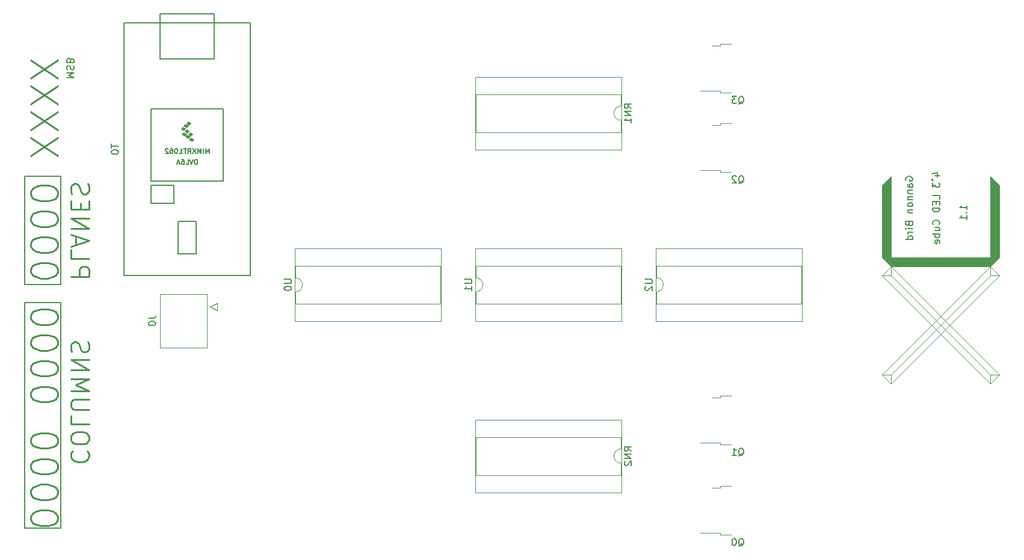
<source format=gbr>
%TF.GenerationSoftware,KiCad,Pcbnew,(6.0.0)*%
%TF.CreationDate,2022-06-21T21:01:45-05:00*%
%TF.ProjectId,Teensey_cube4^3,5465656e-7365-4795-9f63-756265345e33,rev?*%
%TF.SameCoordinates,Original*%
%TF.FileFunction,Legend,Bot*%
%TF.FilePolarity,Positive*%
%FSLAX46Y46*%
G04 Gerber Fmt 4.6, Leading zero omitted, Abs format (unit mm)*
G04 Created by KiCad (PCBNEW (6.0.0)) date 2022-06-21 21:01:45*
%MOMM*%
%LPD*%
G01*
G04 APERTURE LIST*
%ADD10C,0.150000*%
%ADD11C,0.254000*%
%ADD12C,0.100000*%
%ADD13C,0.120000*%
G04 APERTURE END LIST*
D10*
X82550000Y-86360000D02*
X77470000Y-86360000D01*
X77470000Y-86360000D02*
X77470000Y-101600000D01*
X77470000Y-101600000D02*
X82550000Y-101600000D01*
X82550000Y-101600000D02*
X82550000Y-86360000D01*
X77470000Y-101600000D02*
X82550000Y-101600000D01*
X82550000Y-101600000D02*
X82550000Y-101600000D01*
X82550000Y-101600000D02*
X77470000Y-101600000D01*
X77470000Y-101600000D02*
X77470000Y-101600000D01*
X77470000Y-135890000D02*
X82550000Y-135890000D01*
X82550000Y-135890000D02*
X82550000Y-104140000D01*
X82550000Y-104140000D02*
X77470000Y-104140000D01*
X77470000Y-104140000D02*
X77470000Y-135890000D01*
X83367619Y-72429523D02*
X84367619Y-72429523D01*
X83653333Y-72096190D01*
X84367619Y-71762857D01*
X83367619Y-71762857D01*
X83415238Y-71334285D02*
X83367619Y-71191428D01*
X83367619Y-70953333D01*
X83415238Y-70858095D01*
X83462857Y-70810476D01*
X83558095Y-70762857D01*
X83653333Y-70762857D01*
X83748571Y-70810476D01*
X83796190Y-70858095D01*
X83843809Y-70953333D01*
X83891428Y-71143809D01*
X83939047Y-71239047D01*
X83986666Y-71286666D01*
X84081904Y-71334285D01*
X84177142Y-71334285D01*
X84272380Y-71286666D01*
X84320000Y-71239047D01*
X84367619Y-71143809D01*
X84367619Y-70905714D01*
X84320000Y-70762857D01*
X83891428Y-70000952D02*
X83843809Y-69858095D01*
X83796190Y-69810476D01*
X83700952Y-69762857D01*
X83558095Y-69762857D01*
X83462857Y-69810476D01*
X83415238Y-69858095D01*
X83367619Y-69953333D01*
X83367619Y-70334285D01*
X84367619Y-70334285D01*
X84367619Y-70000952D01*
X84320000Y-69905714D01*
X84272380Y-69858095D01*
X84177142Y-69810476D01*
X84081904Y-69810476D01*
X83986666Y-69858095D01*
X83939047Y-69905714D01*
X83891428Y-70000952D01*
X83891428Y-70334285D01*
D11*
X83940952Y-100450952D02*
X86480952Y-100450952D01*
X86480952Y-99483333D01*
X86360000Y-99241428D01*
X86239047Y-99120476D01*
X85997142Y-98999523D01*
X85634285Y-98999523D01*
X85392380Y-99120476D01*
X85271428Y-99241428D01*
X85150476Y-99483333D01*
X85150476Y-100450952D01*
X83940952Y-96701428D02*
X83940952Y-97910952D01*
X86480952Y-97910952D01*
X84666666Y-95975714D02*
X84666666Y-94766190D01*
X83940952Y-96217619D02*
X86480952Y-95370952D01*
X83940952Y-94524285D01*
X83940952Y-93677619D02*
X86480952Y-93677619D01*
X83940952Y-92226190D01*
X86480952Y-92226190D01*
X85271428Y-91016666D02*
X85271428Y-90170000D01*
X83940952Y-89807142D02*
X83940952Y-91016666D01*
X86480952Y-91016666D01*
X86480952Y-89807142D01*
X84061904Y-88839523D02*
X83940952Y-88476666D01*
X83940952Y-87871904D01*
X84061904Y-87630000D01*
X84182857Y-87509047D01*
X84424761Y-87388095D01*
X84666666Y-87388095D01*
X84908571Y-87509047D01*
X85029523Y-87630000D01*
X85150476Y-87871904D01*
X85271428Y-88355714D01*
X85392380Y-88597619D01*
X85513333Y-88718571D01*
X85755238Y-88839523D01*
X85997142Y-88839523D01*
X86239047Y-88718571D01*
X86360000Y-88597619D01*
X86480952Y-88355714D01*
X86480952Y-87750952D01*
X86360000Y-87388095D01*
X82096428Y-134620000D02*
X82096428Y-134257142D01*
X81915000Y-133894285D01*
X81733571Y-133712857D01*
X81370714Y-133531428D01*
X80645000Y-133350000D01*
X79737857Y-133350000D01*
X79012142Y-133531428D01*
X78649285Y-133712857D01*
X78467857Y-133894285D01*
X78286428Y-134257142D01*
X78286428Y-134620000D01*
X78467857Y-134982857D01*
X78649285Y-135164285D01*
X79012142Y-135345714D01*
X79737857Y-135527142D01*
X80645000Y-135527142D01*
X81370714Y-135345714D01*
X81733571Y-135164285D01*
X81915000Y-134982857D01*
X82096428Y-134620000D01*
X82096428Y-130991428D02*
X82096428Y-130628571D01*
X81915000Y-130265714D01*
X81733571Y-130084285D01*
X81370714Y-129902857D01*
X80645000Y-129721428D01*
X79737857Y-129721428D01*
X79012142Y-129902857D01*
X78649285Y-130084285D01*
X78467857Y-130265714D01*
X78286428Y-130628571D01*
X78286428Y-130991428D01*
X78467857Y-131354285D01*
X78649285Y-131535714D01*
X79012142Y-131717142D01*
X79737857Y-131898571D01*
X80645000Y-131898571D01*
X81370714Y-131717142D01*
X81733571Y-131535714D01*
X81915000Y-131354285D01*
X82096428Y-130991428D01*
X82096428Y-127362857D02*
X82096428Y-127000000D01*
X81915000Y-126637142D01*
X81733571Y-126455714D01*
X81370714Y-126274285D01*
X80645000Y-126092857D01*
X79737857Y-126092857D01*
X79012142Y-126274285D01*
X78649285Y-126455714D01*
X78467857Y-126637142D01*
X78286428Y-127000000D01*
X78286428Y-127362857D01*
X78467857Y-127725714D01*
X78649285Y-127907142D01*
X79012142Y-128088571D01*
X79737857Y-128270000D01*
X80645000Y-128270000D01*
X81370714Y-128088571D01*
X81733571Y-127907142D01*
X81915000Y-127725714D01*
X82096428Y-127362857D01*
X82096428Y-123734285D02*
X82096428Y-123371428D01*
X81915000Y-123008571D01*
X81733571Y-122827142D01*
X81370714Y-122645714D01*
X80645000Y-122464285D01*
X79737857Y-122464285D01*
X79012142Y-122645714D01*
X78649285Y-122827142D01*
X78467857Y-123008571D01*
X78286428Y-123371428D01*
X78286428Y-123734285D01*
X78467857Y-124097142D01*
X78649285Y-124278571D01*
X79012142Y-124460000D01*
X79737857Y-124641428D01*
X80645000Y-124641428D01*
X81370714Y-124460000D01*
X81733571Y-124278571D01*
X81915000Y-124097142D01*
X82096428Y-123734285D01*
X82096428Y-117202857D02*
X82096428Y-116840000D01*
X81915000Y-116477142D01*
X81733571Y-116295714D01*
X81370714Y-116114285D01*
X80645000Y-115932857D01*
X79737857Y-115932857D01*
X79012142Y-116114285D01*
X78649285Y-116295714D01*
X78467857Y-116477142D01*
X78286428Y-116840000D01*
X78286428Y-117202857D01*
X78467857Y-117565714D01*
X78649285Y-117747142D01*
X79012142Y-117928571D01*
X79737857Y-118110000D01*
X80645000Y-118110000D01*
X81370714Y-117928571D01*
X81733571Y-117747142D01*
X81915000Y-117565714D01*
X82096428Y-117202857D01*
X82096428Y-113574285D02*
X82096428Y-113211428D01*
X81915000Y-112848571D01*
X81733571Y-112667142D01*
X81370714Y-112485714D01*
X80645000Y-112304285D01*
X79737857Y-112304285D01*
X79012142Y-112485714D01*
X78649285Y-112667142D01*
X78467857Y-112848571D01*
X78286428Y-113211428D01*
X78286428Y-113574285D01*
X78467857Y-113937142D01*
X78649285Y-114118571D01*
X79012142Y-114300000D01*
X79737857Y-114481428D01*
X80645000Y-114481428D01*
X81370714Y-114300000D01*
X81733571Y-114118571D01*
X81915000Y-113937142D01*
X82096428Y-113574285D01*
X82096428Y-109945714D02*
X82096428Y-109582857D01*
X81915000Y-109220000D01*
X81733571Y-109038571D01*
X81370714Y-108857142D01*
X80645000Y-108675714D01*
X79737857Y-108675714D01*
X79012142Y-108857142D01*
X78649285Y-109038571D01*
X78467857Y-109220000D01*
X78286428Y-109582857D01*
X78286428Y-109945714D01*
X78467857Y-110308571D01*
X78649285Y-110490000D01*
X79012142Y-110671428D01*
X79737857Y-110852857D01*
X80645000Y-110852857D01*
X81370714Y-110671428D01*
X81733571Y-110490000D01*
X81915000Y-110308571D01*
X82096428Y-109945714D01*
X82096428Y-106317142D02*
X82096428Y-105954285D01*
X81915000Y-105591428D01*
X81733571Y-105410000D01*
X81370714Y-105228571D01*
X80645000Y-105047142D01*
X79737857Y-105047142D01*
X79012142Y-105228571D01*
X78649285Y-105410000D01*
X78467857Y-105591428D01*
X78286428Y-105954285D01*
X78286428Y-106317142D01*
X78467857Y-106680000D01*
X78649285Y-106861428D01*
X79012142Y-107042857D01*
X79737857Y-107224285D01*
X80645000Y-107224285D01*
X81370714Y-107042857D01*
X81733571Y-106861428D01*
X81915000Y-106680000D01*
X82096428Y-106317142D01*
X82096428Y-99785714D02*
X82096428Y-99422857D01*
X81915000Y-99060000D01*
X81733571Y-98878571D01*
X81370714Y-98697142D01*
X80645000Y-98515714D01*
X79737857Y-98515714D01*
X79012142Y-98697142D01*
X78649285Y-98878571D01*
X78467857Y-99060000D01*
X78286428Y-99422857D01*
X78286428Y-99785714D01*
X78467857Y-100148571D01*
X78649285Y-100330000D01*
X79012142Y-100511428D01*
X79737857Y-100692857D01*
X80645000Y-100692857D01*
X81370714Y-100511428D01*
X81733571Y-100330000D01*
X81915000Y-100148571D01*
X82096428Y-99785714D01*
X82096428Y-96157142D02*
X82096428Y-95794285D01*
X81915000Y-95431428D01*
X81733571Y-95250000D01*
X81370714Y-95068571D01*
X80645000Y-94887142D01*
X79737857Y-94887142D01*
X79012142Y-95068571D01*
X78649285Y-95250000D01*
X78467857Y-95431428D01*
X78286428Y-95794285D01*
X78286428Y-96157142D01*
X78467857Y-96520000D01*
X78649285Y-96701428D01*
X79012142Y-96882857D01*
X79737857Y-97064285D01*
X80645000Y-97064285D01*
X81370714Y-96882857D01*
X81733571Y-96701428D01*
X81915000Y-96520000D01*
X82096428Y-96157142D01*
X82096428Y-92528571D02*
X82096428Y-92165714D01*
X81915000Y-91802857D01*
X81733571Y-91621428D01*
X81370714Y-91440000D01*
X80645000Y-91258571D01*
X79737857Y-91258571D01*
X79012142Y-91440000D01*
X78649285Y-91621428D01*
X78467857Y-91802857D01*
X78286428Y-92165714D01*
X78286428Y-92528571D01*
X78467857Y-92891428D01*
X78649285Y-93072857D01*
X79012142Y-93254285D01*
X79737857Y-93435714D01*
X80645000Y-93435714D01*
X81370714Y-93254285D01*
X81733571Y-93072857D01*
X81915000Y-92891428D01*
X82096428Y-92528571D01*
X82096428Y-88900000D02*
X82096428Y-88537142D01*
X81915000Y-88174285D01*
X81733571Y-87992857D01*
X81370714Y-87811428D01*
X80645000Y-87630000D01*
X79737857Y-87630000D01*
X79012142Y-87811428D01*
X78649285Y-87992857D01*
X78467857Y-88174285D01*
X78286428Y-88537142D01*
X78286428Y-88900000D01*
X78467857Y-89262857D01*
X78649285Y-89444285D01*
X79012142Y-89625714D01*
X79737857Y-89807142D01*
X80645000Y-89807142D01*
X81370714Y-89625714D01*
X81733571Y-89444285D01*
X81915000Y-89262857D01*
X82096428Y-88900000D01*
X82096428Y-83457142D02*
X78286428Y-80917142D01*
X82096428Y-80917142D02*
X78286428Y-83457142D01*
X82096428Y-79828571D02*
X78286428Y-77288571D01*
X82096428Y-77288571D02*
X78286428Y-79828571D01*
X82096428Y-76200000D02*
X78286428Y-73660000D01*
X82096428Y-73660000D02*
X78286428Y-76200000D01*
X82096428Y-72571428D02*
X78286428Y-70031428D01*
X82096428Y-70031428D02*
X78286428Y-72571428D01*
X84182857Y-125004285D02*
X84061904Y-125125238D01*
X83940952Y-125488095D01*
X83940952Y-125730000D01*
X84061904Y-126092857D01*
X84303809Y-126334761D01*
X84545714Y-126455714D01*
X85029523Y-126576666D01*
X85392380Y-126576666D01*
X85876190Y-126455714D01*
X86118095Y-126334761D01*
X86360000Y-126092857D01*
X86480952Y-125730000D01*
X86480952Y-125488095D01*
X86360000Y-125125238D01*
X86239047Y-125004285D01*
X86480952Y-123431904D02*
X86480952Y-122948095D01*
X86360000Y-122706190D01*
X86118095Y-122464285D01*
X85634285Y-122343333D01*
X84787619Y-122343333D01*
X84303809Y-122464285D01*
X84061904Y-122706190D01*
X83940952Y-122948095D01*
X83940952Y-123431904D01*
X84061904Y-123673809D01*
X84303809Y-123915714D01*
X84787619Y-124036666D01*
X85634285Y-124036666D01*
X86118095Y-123915714D01*
X86360000Y-123673809D01*
X86480952Y-123431904D01*
X83940952Y-120045238D02*
X83940952Y-121254761D01*
X86480952Y-121254761D01*
X86480952Y-119198571D02*
X84424761Y-119198571D01*
X84182857Y-119077619D01*
X84061904Y-118956666D01*
X83940952Y-118714761D01*
X83940952Y-118230952D01*
X84061904Y-117989047D01*
X84182857Y-117868095D01*
X84424761Y-117747142D01*
X86480952Y-117747142D01*
X83940952Y-116537619D02*
X86480952Y-116537619D01*
X84666666Y-115690952D01*
X86480952Y-114844285D01*
X83940952Y-114844285D01*
X83940952Y-113634761D02*
X86480952Y-113634761D01*
X83940952Y-112183333D01*
X86480952Y-112183333D01*
X84061904Y-111094761D02*
X83940952Y-110731904D01*
X83940952Y-110127142D01*
X84061904Y-109885238D01*
X84182857Y-109764285D01*
X84424761Y-109643333D01*
X84666666Y-109643333D01*
X84908571Y-109764285D01*
X85029523Y-109885238D01*
X85150476Y-110127142D01*
X85271428Y-110610952D01*
X85392380Y-110852857D01*
X85513333Y-110973809D01*
X85755238Y-111094761D01*
X85997142Y-111094761D01*
X86239047Y-110973809D01*
X86360000Y-110852857D01*
X86480952Y-110610952D01*
X86480952Y-110006190D01*
X86360000Y-109643333D01*
D10*
%TO.C,T0*%
X89622380Y-81788095D02*
X89622380Y-82359523D01*
X90622380Y-82073809D02*
X89622380Y-82073809D01*
X89622380Y-82883333D02*
X89622380Y-82978571D01*
X89670000Y-83073809D01*
X89717619Y-83121428D01*
X89812857Y-83169047D01*
X90003333Y-83216666D01*
X90241428Y-83216666D01*
X90431904Y-83169047D01*
X90527142Y-83121428D01*
X90574761Y-83073809D01*
X90622380Y-82978571D01*
X90622380Y-82883333D01*
X90574761Y-82788095D01*
X90527142Y-82740476D01*
X90431904Y-82692857D01*
X90241428Y-82645238D01*
X90003333Y-82645238D01*
X89812857Y-82692857D01*
X89717619Y-82740476D01*
X89670000Y-82788095D01*
X89622380Y-82883333D01*
X101730000Y-84644666D02*
X101730000Y-83944666D01*
X101563333Y-83944666D01*
X101463333Y-83978000D01*
X101396666Y-84044666D01*
X101363333Y-84111333D01*
X101330000Y-84244666D01*
X101330000Y-84344666D01*
X101363333Y-84478000D01*
X101396666Y-84544666D01*
X101463333Y-84611333D01*
X101563333Y-84644666D01*
X101730000Y-84644666D01*
X101130000Y-83944666D02*
X100896666Y-84644666D01*
X100663333Y-83944666D01*
X100096666Y-84644666D02*
X100430000Y-84644666D01*
X100430000Y-83944666D01*
X99563333Y-83944666D02*
X99696666Y-83944666D01*
X99763333Y-83978000D01*
X99796666Y-84011333D01*
X99863333Y-84111333D01*
X99896666Y-84244666D01*
X99896666Y-84511333D01*
X99863333Y-84578000D01*
X99830000Y-84611333D01*
X99763333Y-84644666D01*
X99630000Y-84644666D01*
X99563333Y-84611333D01*
X99530000Y-84578000D01*
X99496666Y-84511333D01*
X99496666Y-84344666D01*
X99530000Y-84278000D01*
X99563333Y-84244666D01*
X99630000Y-84211333D01*
X99763333Y-84211333D01*
X99830000Y-84244666D01*
X99863333Y-84278000D01*
X99896666Y-84344666D01*
X99230000Y-84444666D02*
X98896666Y-84444666D01*
X99296666Y-84644666D02*
X99063333Y-83944666D01*
X98830000Y-84644666D01*
X103413333Y-83120666D02*
X103413333Y-82420666D01*
X103180000Y-82920666D01*
X102946666Y-82420666D01*
X102946666Y-83120666D01*
X102613333Y-83120666D02*
X102613333Y-82420666D01*
X102280000Y-83120666D02*
X102280000Y-82420666D01*
X102046666Y-82920666D01*
X101813333Y-82420666D01*
X101813333Y-83120666D01*
X101546666Y-82420666D02*
X101080000Y-83120666D01*
X101080000Y-82420666D02*
X101546666Y-83120666D01*
X100413333Y-83120666D02*
X100646666Y-82787333D01*
X100813333Y-83120666D02*
X100813333Y-82420666D01*
X100546666Y-82420666D01*
X100480000Y-82454000D01*
X100446666Y-82487333D01*
X100413333Y-82554000D01*
X100413333Y-82654000D01*
X100446666Y-82720666D01*
X100480000Y-82754000D01*
X100546666Y-82787333D01*
X100813333Y-82787333D01*
X100213333Y-82420666D02*
X99813333Y-82420666D01*
X100013333Y-83120666D02*
X100013333Y-82420666D01*
X99213333Y-83120666D02*
X99613333Y-83120666D01*
X99413333Y-83120666D02*
X99413333Y-82420666D01*
X99480000Y-82520666D01*
X99546666Y-82587333D01*
X99613333Y-82620666D01*
X98780000Y-82420666D02*
X98713333Y-82420666D01*
X98646666Y-82454000D01*
X98613333Y-82487333D01*
X98580000Y-82554000D01*
X98546666Y-82687333D01*
X98546666Y-82854000D01*
X98580000Y-82987333D01*
X98613333Y-83054000D01*
X98646666Y-83087333D01*
X98713333Y-83120666D01*
X98780000Y-83120666D01*
X98846666Y-83087333D01*
X98880000Y-83054000D01*
X98913333Y-82987333D01*
X98946666Y-82854000D01*
X98946666Y-82687333D01*
X98913333Y-82554000D01*
X98880000Y-82487333D01*
X98846666Y-82454000D01*
X98780000Y-82420666D01*
X97946666Y-82420666D02*
X98080000Y-82420666D01*
X98146666Y-82454000D01*
X98180000Y-82487333D01*
X98246666Y-82587333D01*
X98280000Y-82720666D01*
X98280000Y-82987333D01*
X98246666Y-83054000D01*
X98213333Y-83087333D01*
X98146666Y-83120666D01*
X98013333Y-83120666D01*
X97946666Y-83087333D01*
X97913333Y-83054000D01*
X97880000Y-82987333D01*
X97880000Y-82820666D01*
X97913333Y-82754000D01*
X97946666Y-82720666D01*
X98013333Y-82687333D01*
X98146666Y-82687333D01*
X98213333Y-82720666D01*
X98246666Y-82754000D01*
X98280000Y-82820666D01*
X97613333Y-82487333D02*
X97580000Y-82454000D01*
X97513333Y-82420666D01*
X97346666Y-82420666D01*
X97280000Y-82454000D01*
X97246666Y-82487333D01*
X97213333Y-82554000D01*
X97213333Y-82620666D01*
X97246666Y-82720666D01*
X97646666Y-83120666D01*
X97213333Y-83120666D01*
%TO.C,Q3*%
X177895238Y-76167619D02*
X177990476Y-76120000D01*
X178085714Y-76024761D01*
X178228571Y-75881904D01*
X178323809Y-75834285D01*
X178419047Y-75834285D01*
X178371428Y-76072380D02*
X178466666Y-76024761D01*
X178561904Y-75929523D01*
X178609523Y-75739047D01*
X178609523Y-75405714D01*
X178561904Y-75215238D01*
X178466666Y-75120000D01*
X178371428Y-75072380D01*
X178180952Y-75072380D01*
X178085714Y-75120000D01*
X177990476Y-75215238D01*
X177942857Y-75405714D01*
X177942857Y-75739047D01*
X177990476Y-75929523D01*
X178085714Y-76024761D01*
X178180952Y-76072380D01*
X178371428Y-76072380D01*
X177609523Y-75072380D02*
X176990476Y-75072380D01*
X177323809Y-75453333D01*
X177180952Y-75453333D01*
X177085714Y-75500952D01*
X177038095Y-75548571D01*
X176990476Y-75643809D01*
X176990476Y-75881904D01*
X177038095Y-75977142D01*
X177085714Y-76024761D01*
X177180952Y-76072380D01*
X177466666Y-76072380D01*
X177561904Y-76024761D01*
X177609523Y-75977142D01*
%TO.C,U2*%
X164752380Y-100848095D02*
X165561904Y-100848095D01*
X165657142Y-100895714D01*
X165704761Y-100943333D01*
X165752380Y-101038571D01*
X165752380Y-101229047D01*
X165704761Y-101324285D01*
X165657142Y-101371904D01*
X165561904Y-101419523D01*
X164752380Y-101419523D01*
X164847619Y-101848095D02*
X164800000Y-101895714D01*
X164752380Y-101990952D01*
X164752380Y-102229047D01*
X164800000Y-102324285D01*
X164847619Y-102371904D01*
X164942857Y-102419523D01*
X165038095Y-102419523D01*
X165180952Y-102371904D01*
X165752380Y-101800476D01*
X165752380Y-102419523D01*
%TO.C,Q1*%
X177895238Y-125697619D02*
X177990476Y-125650000D01*
X178085714Y-125554761D01*
X178228571Y-125411904D01*
X178323809Y-125364285D01*
X178419047Y-125364285D01*
X178371428Y-125602380D02*
X178466666Y-125554761D01*
X178561904Y-125459523D01*
X178609523Y-125269047D01*
X178609523Y-124935714D01*
X178561904Y-124745238D01*
X178466666Y-124650000D01*
X178371428Y-124602380D01*
X178180952Y-124602380D01*
X178085714Y-124650000D01*
X177990476Y-124745238D01*
X177942857Y-124935714D01*
X177942857Y-125269047D01*
X177990476Y-125459523D01*
X178085714Y-125554761D01*
X178180952Y-125602380D01*
X178371428Y-125602380D01*
X176990476Y-125602380D02*
X177561904Y-125602380D01*
X177276190Y-125602380D02*
X177276190Y-124602380D01*
X177371428Y-124745238D01*
X177466666Y-124840476D01*
X177561904Y-124888095D01*
%TO.C,RN2*%
X162812380Y-125029523D02*
X162336190Y-124696190D01*
X162812380Y-124458095D02*
X161812380Y-124458095D01*
X161812380Y-124839047D01*
X161860000Y-124934285D01*
X161907619Y-124981904D01*
X162002857Y-125029523D01*
X162145714Y-125029523D01*
X162240952Y-124981904D01*
X162288571Y-124934285D01*
X162336190Y-124839047D01*
X162336190Y-124458095D01*
X162812380Y-125458095D02*
X161812380Y-125458095D01*
X162812380Y-126029523D01*
X161812380Y-126029523D01*
X161907619Y-126458095D02*
X161860000Y-126505714D01*
X161812380Y-126600952D01*
X161812380Y-126839047D01*
X161860000Y-126934285D01*
X161907619Y-126981904D01*
X162002857Y-127029523D01*
X162098095Y-127029523D01*
X162240952Y-126981904D01*
X162812380Y-126410476D01*
X162812380Y-127029523D01*
%TO.C,REF\u002A\u002A*%
X201430000Y-86939999D02*
X201382380Y-86844761D01*
X201382380Y-86701904D01*
X201430000Y-86559047D01*
X201525238Y-86463809D01*
X201620476Y-86416190D01*
X201810952Y-86368571D01*
X201953809Y-86368571D01*
X202144285Y-86416190D01*
X202239523Y-86463809D01*
X202334761Y-86559047D01*
X202382380Y-86701904D01*
X202382380Y-86797142D01*
X202334761Y-86939999D01*
X202287142Y-86987618D01*
X201953809Y-86987618D01*
X201953809Y-86797142D01*
X202382380Y-87844761D02*
X201858571Y-87844761D01*
X201763333Y-87797142D01*
X201715714Y-87701904D01*
X201715714Y-87511428D01*
X201763333Y-87416190D01*
X202334761Y-87844761D02*
X202382380Y-87749523D01*
X202382380Y-87511428D01*
X202334761Y-87416190D01*
X202239523Y-87368571D01*
X202144285Y-87368571D01*
X202049047Y-87416190D01*
X202001428Y-87511428D01*
X202001428Y-87749523D01*
X201953809Y-87844761D01*
X201715714Y-88320952D02*
X202382380Y-88320952D01*
X201810952Y-88320952D02*
X201763333Y-88368571D01*
X201715714Y-88463809D01*
X201715714Y-88606666D01*
X201763333Y-88701904D01*
X201858571Y-88749523D01*
X202382380Y-88749523D01*
X201715714Y-89225713D02*
X202382380Y-89225713D01*
X201810952Y-89225713D02*
X201763333Y-89273332D01*
X201715714Y-89368571D01*
X201715714Y-89511428D01*
X201763333Y-89606666D01*
X201858571Y-89654285D01*
X202382380Y-89654285D01*
X202382380Y-90273332D02*
X202334761Y-90178094D01*
X202287142Y-90130475D01*
X202191904Y-90082856D01*
X201906190Y-90082856D01*
X201810952Y-90130475D01*
X201763333Y-90178094D01*
X201715714Y-90273332D01*
X201715714Y-90416190D01*
X201763333Y-90511428D01*
X201810952Y-90559047D01*
X201906190Y-90606666D01*
X202191904Y-90606666D01*
X202287142Y-90559047D01*
X202334761Y-90511428D01*
X202382380Y-90416190D01*
X202382380Y-90273332D01*
X201715714Y-91035237D02*
X202382380Y-91035237D01*
X201810952Y-91035237D02*
X201763333Y-91082856D01*
X201715714Y-91178094D01*
X201715714Y-91320952D01*
X201763333Y-91416190D01*
X201858571Y-91463809D01*
X202382380Y-91463809D01*
X201858571Y-93035237D02*
X201906190Y-93178094D01*
X201953809Y-93225713D01*
X202049047Y-93273332D01*
X202191904Y-93273332D01*
X202287142Y-93225713D01*
X202334761Y-93178094D01*
X202382380Y-93082856D01*
X202382380Y-92701904D01*
X201382380Y-92701904D01*
X201382380Y-93035237D01*
X201430000Y-93130475D01*
X201477619Y-93178094D01*
X201572857Y-93225713D01*
X201668095Y-93225713D01*
X201763333Y-93178094D01*
X201810952Y-93130475D01*
X201858571Y-93035237D01*
X201858571Y-92701904D01*
X202382380Y-93701904D02*
X201715714Y-93701904D01*
X201382380Y-93701904D02*
X201430000Y-93654285D01*
X201477619Y-93701904D01*
X201430000Y-93749523D01*
X201382380Y-93701904D01*
X201477619Y-93701904D01*
X202382380Y-94178094D02*
X201715714Y-94178094D01*
X201906190Y-94178094D02*
X201810952Y-94225713D01*
X201763333Y-94273332D01*
X201715714Y-94368571D01*
X201715714Y-94463809D01*
X202382380Y-95225713D02*
X201382380Y-95225713D01*
X202334761Y-95225713D02*
X202382380Y-95130475D01*
X202382380Y-94939999D01*
X202334761Y-94844761D01*
X202287142Y-94797142D01*
X202191904Y-94749523D01*
X201906190Y-94749523D01*
X201810952Y-94797142D01*
X201763333Y-94844761D01*
X201715714Y-94939999D01*
X201715714Y-95130475D01*
X201763333Y-95225713D01*
X205525714Y-86273341D02*
X206192380Y-86273341D01*
X205144761Y-86035246D02*
X205859047Y-85797151D01*
X205859047Y-86416198D01*
X205287619Y-86654293D02*
X205144761Y-86844770D01*
X205287619Y-87035246D01*
X205192380Y-87273341D02*
X205192380Y-87892389D01*
X205573333Y-87559055D01*
X205573333Y-87701912D01*
X205620952Y-87797151D01*
X205668571Y-87844770D01*
X205763809Y-87892389D01*
X206001904Y-87892389D01*
X206097142Y-87844770D01*
X206144761Y-87797151D01*
X206192380Y-87701912D01*
X206192380Y-87416198D01*
X206144761Y-87320960D01*
X206097142Y-87273341D01*
X206192380Y-89559055D02*
X206192380Y-89082865D01*
X205192380Y-89082865D01*
X205668571Y-89892389D02*
X205668571Y-90225722D01*
X206192380Y-90368579D02*
X206192380Y-89892389D01*
X205192380Y-89892389D01*
X205192380Y-90368579D01*
X206192380Y-90797151D02*
X205192380Y-90797151D01*
X205192380Y-91035246D01*
X205240000Y-91178103D01*
X205335238Y-91273341D01*
X205430476Y-91320960D01*
X205620952Y-91368579D01*
X205763809Y-91368579D01*
X205954285Y-91320960D01*
X206049523Y-91273341D01*
X206144761Y-91178103D01*
X206192380Y-91035246D01*
X206192380Y-90797151D01*
X206097142Y-93130484D02*
X206144761Y-93082865D01*
X206192380Y-92940008D01*
X206192380Y-92844770D01*
X206144761Y-92701912D01*
X206049523Y-92606674D01*
X205954285Y-92559055D01*
X205763809Y-92511436D01*
X205620952Y-92511436D01*
X205430476Y-92559055D01*
X205335238Y-92606674D01*
X205240000Y-92701912D01*
X205192380Y-92844770D01*
X205192380Y-92940008D01*
X205240000Y-93082865D01*
X205287619Y-93130484D01*
X205525714Y-93987627D02*
X206192380Y-93987627D01*
X205525714Y-93559055D02*
X206049523Y-93559055D01*
X206144761Y-93606674D01*
X206192380Y-93701912D01*
X206192380Y-93844770D01*
X206144761Y-93940008D01*
X206097142Y-93987627D01*
X206192380Y-94463817D02*
X205192380Y-94463817D01*
X205573333Y-94463817D02*
X205525714Y-94559055D01*
X205525714Y-94749531D01*
X205573333Y-94844770D01*
X205620952Y-94892389D01*
X205716190Y-94940008D01*
X206001904Y-94940008D01*
X206097142Y-94892389D01*
X206144761Y-94844770D01*
X206192380Y-94749531D01*
X206192380Y-94559055D01*
X206144761Y-94463817D01*
X206144761Y-95749531D02*
X206192380Y-95654293D01*
X206192380Y-95463817D01*
X206144761Y-95368579D01*
X206049523Y-95320960D01*
X205668571Y-95320960D01*
X205573333Y-95368579D01*
X205525714Y-95463817D01*
X205525714Y-95654293D01*
X205573333Y-95749531D01*
X205668571Y-95797151D01*
X205763809Y-95797151D01*
X205859047Y-95320960D01*
X210002380Y-91011428D02*
X210002380Y-90440000D01*
X210002380Y-90725714D02*
X209002380Y-90725714D01*
X209145238Y-90630476D01*
X209240476Y-90535238D01*
X209288095Y-90440000D01*
X209907142Y-91440000D02*
X209954761Y-91487619D01*
X210002380Y-91440000D01*
X209954761Y-91392380D01*
X209907142Y-91440000D01*
X210002380Y-91440000D01*
X210002380Y-92440000D02*
X210002380Y-91868571D01*
X210002380Y-92154285D02*
X209002380Y-92154285D01*
X209145238Y-92059047D01*
X209240476Y-91963809D01*
X209288095Y-91868571D01*
%TO.C,RN1*%
X162812380Y-76769523D02*
X162336190Y-76436190D01*
X162812380Y-76198095D02*
X161812380Y-76198095D01*
X161812380Y-76579047D01*
X161860000Y-76674285D01*
X161907619Y-76721904D01*
X162002857Y-76769523D01*
X162145714Y-76769523D01*
X162240952Y-76721904D01*
X162288571Y-76674285D01*
X162336190Y-76579047D01*
X162336190Y-76198095D01*
X162812380Y-77198095D02*
X161812380Y-77198095D01*
X162812380Y-77769523D01*
X161812380Y-77769523D01*
X162812380Y-78769523D02*
X162812380Y-78198095D01*
X162812380Y-78483809D02*
X161812380Y-78483809D01*
X161955238Y-78388571D01*
X162050476Y-78293333D01*
X162098095Y-78198095D01*
%TO.C,J0*%
X94864880Y-106346666D02*
X95579166Y-106346666D01*
X95722023Y-106299047D01*
X95817261Y-106203809D01*
X95864880Y-106060952D01*
X95864880Y-105965714D01*
X94864880Y-107013333D02*
X94864880Y-107108571D01*
X94912500Y-107203809D01*
X94960119Y-107251428D01*
X95055357Y-107299047D01*
X95245833Y-107346666D01*
X95483928Y-107346666D01*
X95674404Y-107299047D01*
X95769642Y-107251428D01*
X95817261Y-107203809D01*
X95864880Y-107108571D01*
X95864880Y-107013333D01*
X95817261Y-106918095D01*
X95769642Y-106870476D01*
X95674404Y-106822857D01*
X95483928Y-106775238D01*
X95245833Y-106775238D01*
X95055357Y-106822857D01*
X94960119Y-106870476D01*
X94912500Y-106918095D01*
X94864880Y-107013333D01*
%TO.C,U1*%
X139352380Y-100848095D02*
X140161904Y-100848095D01*
X140257142Y-100895714D01*
X140304761Y-100943333D01*
X140352380Y-101038571D01*
X140352380Y-101229047D01*
X140304761Y-101324285D01*
X140257142Y-101371904D01*
X140161904Y-101419523D01*
X139352380Y-101419523D01*
X140352380Y-102419523D02*
X140352380Y-101848095D01*
X140352380Y-102133809D02*
X139352380Y-102133809D01*
X139495238Y-102038571D01*
X139590476Y-101943333D01*
X139638095Y-101848095D01*
%TO.C,Q2*%
X177895238Y-87342619D02*
X177990476Y-87295000D01*
X178085714Y-87199761D01*
X178228571Y-87056904D01*
X178323809Y-87009285D01*
X178419047Y-87009285D01*
X178371428Y-87247380D02*
X178466666Y-87199761D01*
X178561904Y-87104523D01*
X178609523Y-86914047D01*
X178609523Y-86580714D01*
X178561904Y-86390238D01*
X178466666Y-86295000D01*
X178371428Y-86247380D01*
X178180952Y-86247380D01*
X178085714Y-86295000D01*
X177990476Y-86390238D01*
X177942857Y-86580714D01*
X177942857Y-86914047D01*
X177990476Y-87104523D01*
X178085714Y-87199761D01*
X178180952Y-87247380D01*
X178371428Y-87247380D01*
X177561904Y-86342619D02*
X177514285Y-86295000D01*
X177419047Y-86247380D01*
X177180952Y-86247380D01*
X177085714Y-86295000D01*
X177038095Y-86342619D01*
X176990476Y-86437857D01*
X176990476Y-86533095D01*
X177038095Y-86675952D01*
X177609523Y-87247380D01*
X176990476Y-87247380D01*
%TO.C,Q0*%
X177895238Y-138397619D02*
X177990476Y-138350000D01*
X178085714Y-138254761D01*
X178228571Y-138111904D01*
X178323809Y-138064285D01*
X178419047Y-138064285D01*
X178371428Y-138302380D02*
X178466666Y-138254761D01*
X178561904Y-138159523D01*
X178609523Y-137969047D01*
X178609523Y-137635714D01*
X178561904Y-137445238D01*
X178466666Y-137350000D01*
X178371428Y-137302380D01*
X178180952Y-137302380D01*
X178085714Y-137350000D01*
X177990476Y-137445238D01*
X177942857Y-137635714D01*
X177942857Y-137969047D01*
X177990476Y-138159523D01*
X178085714Y-138254761D01*
X178180952Y-138302380D01*
X178371428Y-138302380D01*
X177323809Y-137302380D02*
X177228571Y-137302380D01*
X177133333Y-137350000D01*
X177085714Y-137397619D01*
X177038095Y-137492857D01*
X176990476Y-137683333D01*
X176990476Y-137921428D01*
X177038095Y-138111904D01*
X177085714Y-138207142D01*
X177133333Y-138254761D01*
X177228571Y-138302380D01*
X177323809Y-138302380D01*
X177419047Y-138254761D01*
X177466666Y-138207142D01*
X177514285Y-138111904D01*
X177561904Y-137921428D01*
X177561904Y-137683333D01*
X177514285Y-137492857D01*
X177466666Y-137397619D01*
X177419047Y-137350000D01*
X177323809Y-137302380D01*
%TO.C,U0*%
X113952380Y-100848095D02*
X114761904Y-100848095D01*
X114857142Y-100895714D01*
X114904761Y-100943333D01*
X114952380Y-101038571D01*
X114952380Y-101229047D01*
X114904761Y-101324285D01*
X114857142Y-101371904D01*
X114761904Y-101419523D01*
X113952380Y-101419523D01*
X113952380Y-102086190D02*
X113952380Y-102181428D01*
X114000000Y-102276666D01*
X114047619Y-102324285D01*
X114142857Y-102371904D01*
X114333333Y-102419523D01*
X114571428Y-102419523D01*
X114761904Y-102371904D01*
X114857142Y-102324285D01*
X114904761Y-102276666D01*
X114952380Y-102181428D01*
X114952380Y-102086190D01*
X114904761Y-101990952D01*
X114857142Y-101943333D01*
X114761904Y-101895714D01*
X114571428Y-101848095D01*
X114333333Y-101848095D01*
X114142857Y-101895714D01*
X114047619Y-101943333D01*
X114000000Y-101990952D01*
X113952380Y-102086190D01*
%TO.C,T0*%
X99060000Y-97282000D02*
X101600000Y-97282000D01*
X98425000Y-87630000D02*
X95250000Y-87630000D01*
X104140000Y-63500000D02*
X96520000Y-63500000D01*
X101600000Y-92710000D02*
X99060000Y-92710000D01*
X95250000Y-86995000D02*
X95250000Y-76835000D01*
X91440000Y-100330000D02*
X109220000Y-100330000D01*
X95250000Y-90170000D02*
X98425000Y-90170000D01*
X96520000Y-69850000D02*
X96520000Y-64770000D01*
X104140000Y-69850000D02*
X96520000Y-69850000D01*
X99060000Y-92710000D02*
X99060000Y-97282000D01*
X109220000Y-64770000D02*
X91440000Y-64770000D01*
X104140000Y-64770000D02*
X104140000Y-63500000D01*
X101600000Y-97282000D02*
X101600000Y-92710000D01*
X95250000Y-87630000D02*
X95250000Y-90170000D01*
X91440000Y-64770000D02*
X91440000Y-100330000D01*
X95250000Y-76835000D02*
X105410000Y-76835000D01*
X109220000Y-100330000D02*
X109220000Y-64770000D01*
X105410000Y-86995000D02*
X95250000Y-86995000D01*
X104140000Y-69850000D02*
X104140000Y-64770000D01*
X98425000Y-90170000D02*
X98425000Y-87630000D01*
X96520000Y-63500000D02*
X96520000Y-64770000D01*
X105410000Y-86995000D02*
X105410000Y-76835000D01*
D12*
X99822000Y-80137000D02*
X99568000Y-80391000D01*
X99568000Y-80391000D02*
X99949000Y-80645000D01*
X99949000Y-80645000D02*
X100203000Y-80391000D01*
X100203000Y-80391000D02*
X99822000Y-80137000D01*
G36*
X100203000Y-80391000D02*
G01*
X99949000Y-80645000D01*
X99568000Y-80391000D01*
X99822000Y-80137000D01*
X100203000Y-80391000D01*
G37*
X100203000Y-80391000D02*
X99949000Y-80645000D01*
X99568000Y-80391000D01*
X99822000Y-80137000D01*
X100203000Y-80391000D01*
X99695000Y-79375000D02*
X99441000Y-79629000D01*
X99441000Y-79629000D02*
X99822000Y-79883000D01*
X99822000Y-79883000D02*
X100076000Y-79629000D01*
X100076000Y-79629000D02*
X99695000Y-79375000D01*
G36*
X100076000Y-79629000D02*
G01*
X99822000Y-79883000D01*
X99441000Y-79629000D01*
X99695000Y-79375000D01*
X100076000Y-79629000D01*
G37*
X100076000Y-79629000D02*
X99822000Y-79883000D01*
X99441000Y-79629000D01*
X99695000Y-79375000D01*
X100076000Y-79629000D01*
X100457000Y-78613000D02*
X100203000Y-78867000D01*
X100203000Y-78867000D02*
X100584000Y-79121000D01*
X100584000Y-79121000D02*
X100838000Y-78867000D01*
X100838000Y-78867000D02*
X100457000Y-78613000D01*
G36*
X100838000Y-78867000D02*
G01*
X100584000Y-79121000D01*
X100203000Y-78867000D01*
X100457000Y-78613000D01*
X100838000Y-78867000D01*
G37*
X100838000Y-78867000D02*
X100584000Y-79121000D01*
X100203000Y-78867000D01*
X100457000Y-78613000D01*
X100838000Y-78867000D01*
X100838000Y-80899000D02*
X100584000Y-81153000D01*
X100584000Y-81153000D02*
X100965000Y-81407000D01*
X100965000Y-81407000D02*
X101219000Y-81153000D01*
X101219000Y-81153000D02*
X100838000Y-80899000D01*
G36*
X101219000Y-81153000D02*
G01*
X100965000Y-81407000D01*
X100584000Y-81153000D01*
X100838000Y-80899000D01*
X101219000Y-81153000D01*
G37*
X101219000Y-81153000D02*
X100965000Y-81407000D01*
X100584000Y-81153000D01*
X100838000Y-80899000D01*
X101219000Y-81153000D01*
X100076000Y-78994000D02*
X99822000Y-79248000D01*
X99822000Y-79248000D02*
X100203000Y-79502000D01*
X100203000Y-79502000D02*
X100457000Y-79248000D01*
X100457000Y-79248000D02*
X100076000Y-78994000D01*
G36*
X100457000Y-79248000D02*
G01*
X100203000Y-79502000D01*
X99822000Y-79248000D01*
X100076000Y-78994000D01*
X100457000Y-79248000D01*
G37*
X100457000Y-79248000D02*
X100203000Y-79502000D01*
X99822000Y-79248000D01*
X100076000Y-78994000D01*
X100457000Y-79248000D01*
X100330000Y-80518000D02*
X100076000Y-80772000D01*
X100076000Y-80772000D02*
X100457000Y-81026000D01*
X100457000Y-81026000D02*
X100711000Y-80772000D01*
X100711000Y-80772000D02*
X100330000Y-80518000D01*
G36*
X100711000Y-80772000D02*
G01*
X100457000Y-81026000D01*
X100076000Y-80772000D01*
X100330000Y-80518000D01*
X100711000Y-80772000D01*
G37*
X100711000Y-80772000D02*
X100457000Y-81026000D01*
X100076000Y-80772000D01*
X100330000Y-80518000D01*
X100711000Y-80772000D01*
X100711000Y-80137000D02*
X100457000Y-80391000D01*
X100457000Y-80391000D02*
X100838000Y-80645000D01*
X100838000Y-80645000D02*
X101092000Y-80391000D01*
X101092000Y-80391000D02*
X100711000Y-80137000D01*
G36*
X101092000Y-80391000D02*
G01*
X100838000Y-80645000D01*
X100457000Y-80391000D01*
X100711000Y-80137000D01*
X101092000Y-80391000D01*
G37*
X101092000Y-80391000D02*
X100838000Y-80645000D01*
X100457000Y-80391000D01*
X100711000Y-80137000D01*
X101092000Y-80391000D01*
X100203000Y-79756000D02*
X99949000Y-80010000D01*
X99949000Y-80010000D02*
X100330000Y-80264000D01*
X100330000Y-80264000D02*
X100584000Y-80010000D01*
X100584000Y-80010000D02*
X100203000Y-79756000D01*
G36*
X100584000Y-80010000D02*
G01*
X100330000Y-80264000D01*
X99949000Y-80010000D01*
X100203000Y-79756000D01*
X100584000Y-80010000D01*
G37*
X100584000Y-80010000D02*
X100330000Y-80264000D01*
X99949000Y-80010000D01*
X100203000Y-79756000D01*
X100584000Y-80010000D01*
D13*
%TO.C,Q3*%
X175330000Y-74300000D02*
X172500000Y-74300000D01*
X176830000Y-74570000D02*
X175330000Y-74570000D01*
X175330000Y-74570000D02*
X175330000Y-74300000D01*
X176830000Y-67670000D02*
X175330000Y-67670000D01*
X175330000Y-67670000D02*
X175330000Y-67940000D01*
X175330000Y-67940000D02*
X174230000Y-67940000D01*
%TO.C,U2*%
X166240000Y-106750000D02*
X166240000Y-96470000D01*
X166300000Y-104260000D02*
X166300000Y-102610000D01*
X186800000Y-96470000D02*
X186800000Y-106750000D01*
X186740000Y-104260000D02*
X166300000Y-104260000D01*
X166240000Y-96470000D02*
X186800000Y-96470000D01*
X186800000Y-106750000D02*
X166240000Y-106750000D01*
X186740000Y-98960000D02*
X186740000Y-104260000D01*
X166300000Y-98960000D02*
X186740000Y-98960000D01*
X166300000Y-100610000D02*
X166300000Y-98960000D01*
X166300000Y-102610000D02*
G75*
G03*
X166300000Y-100610000I0J1000000D01*
G01*
%TO.C,Q1*%
X176830000Y-124100000D02*
X175330000Y-124100000D01*
X175330000Y-123830000D02*
X172500000Y-123830000D01*
X175330000Y-124100000D02*
X175330000Y-123830000D01*
X176830000Y-117200000D02*
X175330000Y-117200000D01*
X175330000Y-117470000D02*
X174230000Y-117470000D01*
X175330000Y-117200000D02*
X175330000Y-117470000D01*
%TO.C,RN2*%
X161360000Y-128370000D02*
X140920000Y-128370000D01*
X161420000Y-120580000D02*
X161420000Y-130860000D01*
X161360000Y-123070000D02*
X161360000Y-124720000D01*
X140860000Y-130860000D02*
X140860000Y-120580000D01*
X140860000Y-120580000D02*
X161420000Y-120580000D01*
X140920000Y-128370000D02*
X140920000Y-123070000D01*
X140920000Y-123070000D02*
X161360000Y-123070000D01*
X161360000Y-126720000D02*
X161360000Y-128370000D01*
X161420000Y-130860000D02*
X140860000Y-130860000D01*
X161360000Y-124720000D02*
G75*
G03*
X161360000Y-126720000I0J-1000000D01*
G01*
%TO.C,REF\u002A\u002A*%
X207010000Y-107950000D02*
X208280000Y-109220000D01*
X208280000Y-109220000D02*
X209550000Y-110490000D01*
X199390000Y-114300000D02*
X199390000Y-115570000D01*
X199390000Y-100330000D02*
X200660000Y-101600000D01*
X198120000Y-100330000D02*
X213360000Y-115570000D01*
X209550000Y-110490000D02*
X210820000Y-111760000D01*
X203200000Y-110490000D02*
X201930000Y-111760000D01*
X214630000Y-114300000D02*
X213360000Y-115570000D01*
X210820000Y-102870000D02*
X209550000Y-104140000D01*
X213360000Y-99060000D02*
X198120000Y-114300000D01*
X208280000Y-105410000D02*
X207010000Y-106680000D01*
X199390000Y-115570000D02*
X198120000Y-114300000D01*
X201930000Y-111760000D02*
X200660000Y-113030000D01*
X212090000Y-101600000D02*
X210820000Y-102870000D01*
X199390000Y-99060000D02*
X214630000Y-114300000D01*
X213360000Y-114300000D02*
X214630000Y-114300000D01*
X200660000Y-113030000D02*
X199390000Y-114300000D01*
X204470000Y-105410000D02*
X205740000Y-106680000D01*
X198120000Y-100330000D02*
X199390000Y-100330000D01*
X205740000Y-107950000D02*
X204470000Y-109220000D01*
X199390000Y-99060000D02*
X198120000Y-100330000D01*
X198120000Y-114300000D02*
X199390000Y-114300000D01*
X199390000Y-115570000D02*
X214630000Y-100330000D01*
X201930000Y-102870000D02*
X203200000Y-104140000D01*
X213360000Y-99060000D02*
X213360000Y-100330000D01*
X213360000Y-100330000D02*
X214630000Y-100330000D01*
X207010000Y-107950000D02*
X205740000Y-106680000D01*
X210820000Y-111760000D02*
X212090000Y-113030000D01*
X214630000Y-100330000D02*
X213360000Y-99060000D01*
X209550000Y-104140000D02*
X208280000Y-105410000D01*
X207010000Y-106680000D02*
X205740000Y-107950000D01*
X203200000Y-104140000D02*
X204470000Y-105410000D01*
X204470000Y-109220000D02*
X203200000Y-110490000D01*
X200660000Y-101600000D02*
X201930000Y-102870000D01*
X212090000Y-113030000D02*
X213360000Y-114300000D01*
X213360000Y-100330000D02*
X212090000Y-101600000D01*
X213360000Y-115570000D02*
X213360000Y-114300000D01*
X199390000Y-100330000D02*
X199390000Y-99060000D01*
D12*
X199390000Y-86360000D02*
X199390000Y-87630000D01*
X199390000Y-87630000D02*
X198120000Y-87630000D01*
X198120000Y-87630000D02*
X199390000Y-86360000D01*
G36*
X199390000Y-87630000D02*
G01*
X198120000Y-87630000D01*
X199390000Y-86360000D01*
X199390000Y-87630000D01*
G37*
X199390000Y-87630000D02*
X198120000Y-87630000D01*
X199390000Y-86360000D01*
X199390000Y-87630000D01*
X199390000Y-99060000D02*
X199390000Y-97790000D01*
X199390000Y-97790000D02*
X203200000Y-97790000D01*
X203200000Y-97790000D02*
X203200000Y-99060000D01*
X203200000Y-99060000D02*
X199390000Y-99060000D01*
G36*
X203200000Y-99060000D02*
G01*
X199390000Y-99060000D01*
X199390000Y-97790000D01*
X203200000Y-97790000D01*
X203200000Y-99060000D01*
G37*
X203200000Y-99060000D02*
X199390000Y-99060000D01*
X199390000Y-97790000D01*
X203200000Y-97790000D01*
X203200000Y-99060000D01*
X213360000Y-87630000D02*
X213360000Y-86360000D01*
X213360000Y-86360000D02*
X214630000Y-87630000D01*
X214630000Y-87630000D02*
X213360000Y-87630000D01*
G36*
X214630000Y-87630000D02*
G01*
X213360000Y-87630000D01*
X213360000Y-86360000D01*
X214630000Y-87630000D01*
G37*
X214630000Y-87630000D02*
X213360000Y-87630000D01*
X213360000Y-86360000D01*
X214630000Y-87630000D01*
X199390000Y-87630000D02*
X199390000Y-97790000D01*
X199390000Y-97790000D02*
X198120000Y-97790000D01*
X198120000Y-97790000D02*
X198120000Y-87630000D01*
X198120000Y-87630000D02*
X199390000Y-87630000D01*
G36*
X199390000Y-97790000D02*
G01*
X198120000Y-97790000D01*
X198120000Y-87630000D01*
X199390000Y-87630000D01*
X199390000Y-97790000D01*
G37*
X199390000Y-97790000D02*
X198120000Y-97790000D01*
X198120000Y-87630000D01*
X199390000Y-87630000D01*
X199390000Y-97790000D01*
X213360000Y-97790000D02*
X213360000Y-87630000D01*
X213360000Y-87630000D02*
X214630000Y-87630000D01*
X214630000Y-87630000D02*
X214630000Y-97790000D01*
X214630000Y-97790000D02*
X213360000Y-97790000D01*
G36*
X214630000Y-97790000D02*
G01*
X213360000Y-97790000D01*
X213360000Y-87630000D01*
X214630000Y-87630000D01*
X214630000Y-97790000D01*
G37*
X214630000Y-97790000D02*
X213360000Y-97790000D01*
X213360000Y-87630000D01*
X214630000Y-87630000D01*
X214630000Y-97790000D01*
X213360000Y-99060000D02*
X213360000Y-97790000D01*
X213360000Y-97790000D02*
X214630000Y-97790000D01*
X214630000Y-97790000D02*
X213360000Y-99060000D01*
G36*
X213360000Y-99060000D02*
G01*
X213360000Y-97790000D01*
X214630000Y-97790000D01*
X213360000Y-99060000D01*
G37*
X213360000Y-99060000D02*
X213360000Y-97790000D01*
X214630000Y-97790000D01*
X213360000Y-99060000D01*
X213360000Y-99060000D02*
X203200000Y-99060000D01*
X203200000Y-99060000D02*
X203200000Y-97790000D01*
X203200000Y-97790000D02*
X213360000Y-97790000D01*
X213360000Y-97790000D02*
X213360000Y-99060000D01*
G36*
X213360000Y-99060000D02*
G01*
X203200000Y-99060000D01*
X203200000Y-97790000D01*
X213360000Y-97790000D01*
X213360000Y-99060000D01*
G37*
X213360000Y-99060000D02*
X203200000Y-99060000D01*
X203200000Y-97790000D01*
X213360000Y-97790000D01*
X213360000Y-99060000D01*
X199390000Y-97790000D02*
X199390000Y-99060000D01*
X199390000Y-99060000D02*
X198120000Y-97790000D01*
X198120000Y-97790000D02*
X199390000Y-97790000D01*
G36*
X199390000Y-99060000D02*
G01*
X198120000Y-97790000D01*
X199390000Y-97790000D01*
X199390000Y-99060000D01*
G37*
X199390000Y-99060000D02*
X198120000Y-97790000D01*
X199390000Y-97790000D01*
X199390000Y-99060000D01*
D13*
%TO.C,RN1*%
X161420000Y-82600000D02*
X140860000Y-82600000D01*
X140920000Y-80110000D02*
X140920000Y-74810000D01*
X161360000Y-80110000D02*
X140920000Y-80110000D01*
X161360000Y-78460000D02*
X161360000Y-80110000D01*
X140860000Y-82600000D02*
X140860000Y-72320000D01*
X161420000Y-72320000D02*
X161420000Y-82600000D01*
X140920000Y-74810000D02*
X161360000Y-74810000D01*
X161360000Y-74810000D02*
X161360000Y-76460000D01*
X140860000Y-72320000D02*
X161420000Y-72320000D01*
X161360000Y-76460000D02*
G75*
G03*
X161360000Y-78460000I0J-1000000D01*
G01*
%TO.C,J0*%
X96502500Y-106680000D02*
X96502500Y-102920000D01*
X103122500Y-110440000D02*
X103122500Y-106680000D01*
X104512500Y-104200000D02*
X103512500Y-104700000D01*
X96502500Y-106680000D02*
X96502500Y-110440000D01*
X103512500Y-104700000D02*
X104512500Y-105200000D01*
X96502500Y-110440000D02*
X103122500Y-110440000D01*
X104512500Y-105200000D02*
X104512500Y-104200000D01*
X103122500Y-102920000D02*
X103122500Y-106680000D01*
X96502500Y-102920000D02*
X103122500Y-102920000D01*
%TO.C,U1*%
X140840000Y-96470000D02*
X161400000Y-96470000D01*
X140900000Y-104260000D02*
X140900000Y-102610000D01*
X161340000Y-104260000D02*
X140900000Y-104260000D01*
X161400000Y-106750000D02*
X140840000Y-106750000D01*
X140900000Y-100610000D02*
X140900000Y-98960000D01*
X161400000Y-96470000D02*
X161400000Y-106750000D01*
X140840000Y-106750000D02*
X140840000Y-96470000D01*
X161340000Y-98960000D02*
X161340000Y-104260000D01*
X140900000Y-98960000D02*
X161340000Y-98960000D01*
X140900000Y-102610000D02*
G75*
G03*
X140900000Y-100610000I0J1000000D01*
G01*
%TO.C,Q2*%
X176830000Y-78845000D02*
X175330000Y-78845000D01*
X175330000Y-79115000D02*
X174230000Y-79115000D01*
X176830000Y-85745000D02*
X175330000Y-85745000D01*
X175330000Y-78845000D02*
X175330000Y-79115000D01*
X175330000Y-85475000D02*
X172500000Y-85475000D01*
X175330000Y-85745000D02*
X175330000Y-85475000D01*
%TO.C,Q0*%
X175330000Y-129900000D02*
X175330000Y-130170000D01*
X175330000Y-130170000D02*
X174230000Y-130170000D01*
X176830000Y-136800000D02*
X175330000Y-136800000D01*
X175330000Y-136800000D02*
X175330000Y-136530000D01*
X176830000Y-129900000D02*
X175330000Y-129900000D01*
X175330000Y-136530000D02*
X172500000Y-136530000D01*
%TO.C,U0*%
X115440000Y-106750000D02*
X115440000Y-96470000D01*
X115440000Y-96470000D02*
X136000000Y-96470000D01*
X136000000Y-106750000D02*
X115440000Y-106750000D01*
X115500000Y-104260000D02*
X115500000Y-102610000D01*
X135940000Y-104260000D02*
X115500000Y-104260000D01*
X115500000Y-100610000D02*
X115500000Y-98960000D01*
X136000000Y-96470000D02*
X136000000Y-106750000D01*
X135940000Y-98960000D02*
X135940000Y-104260000D01*
X115500000Y-98960000D02*
X135940000Y-98960000D01*
X115500000Y-102610000D02*
G75*
G03*
X115500000Y-100610000I0J1000000D01*
G01*
%TD*%
M02*

</source>
